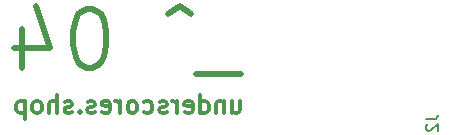
<source format=gbr>
G04 #@! TF.GenerationSoftware,KiCad,Pcbnew,(5.1.4-0-10_14)*
G04 #@! TF.CreationDate,2021-07-08T18:48:46+12:00*
G04 #@! TF.ProjectId,Sync-Ope-proto,53796e63-2d4f-4706-952d-70726f746f2e,0.2*
G04 #@! TF.SameCoordinates,Original*
G04 #@! TF.FileFunction,Legend,Bot*
G04 #@! TF.FilePolarity,Positive*
%FSLAX46Y46*%
G04 Gerber Fmt 4.6, Leading zero omitted, Abs format (unit mm)*
G04 Created by KiCad (PCBNEW (5.1.4-0-10_14)) date 2021-07-08 18:48:46*
%MOMM*%
%LPD*%
G04 APERTURE LIST*
%ADD10C,0.500000*%
%ADD11C,0.300000*%
%ADD12C,0.150000*%
G04 APERTURE END LIST*
D10*
X122750000Y-72888095D02*
X118940476Y-72888095D01*
X118464285Y-67888095D02*
X117511904Y-67173809D01*
X116559523Y-67888095D01*
X110130952Y-67411904D02*
X109654761Y-67411904D01*
X109178571Y-67650000D01*
X108940476Y-67888095D01*
X108702380Y-68364285D01*
X108464285Y-69316666D01*
X108464285Y-70507142D01*
X108702380Y-71459523D01*
X108940476Y-71935714D01*
X109178571Y-72173809D01*
X109654761Y-72411904D01*
X110130952Y-72411904D01*
X110607142Y-72173809D01*
X110845238Y-71935714D01*
X111083333Y-71459523D01*
X111321428Y-70507142D01*
X111321428Y-69316666D01*
X111083333Y-68364285D01*
X110845238Y-67888095D01*
X110607142Y-67650000D01*
X110130952Y-67411904D01*
X104178571Y-69078571D02*
X104178571Y-72411904D01*
X105369047Y-67173809D02*
X106559523Y-70745238D01*
X103464285Y-70745238D01*
D11*
X121985714Y-75228571D02*
X121985714Y-76228571D01*
X122628571Y-75228571D02*
X122628571Y-76014285D01*
X122557142Y-76157142D01*
X122414285Y-76228571D01*
X122200000Y-76228571D01*
X122057142Y-76157142D01*
X121985714Y-76085714D01*
X121271428Y-75228571D02*
X121271428Y-76228571D01*
X121271428Y-75371428D02*
X121200000Y-75300000D01*
X121057142Y-75228571D01*
X120842857Y-75228571D01*
X120700000Y-75300000D01*
X120628571Y-75442857D01*
X120628571Y-76228571D01*
X119271428Y-76228571D02*
X119271428Y-74728571D01*
X119271428Y-76157142D02*
X119414285Y-76228571D01*
X119700000Y-76228571D01*
X119842857Y-76157142D01*
X119914285Y-76085714D01*
X119985714Y-75942857D01*
X119985714Y-75514285D01*
X119914285Y-75371428D01*
X119842857Y-75300000D01*
X119700000Y-75228571D01*
X119414285Y-75228571D01*
X119271428Y-75300000D01*
X117985714Y-76157142D02*
X118128571Y-76228571D01*
X118414285Y-76228571D01*
X118557142Y-76157142D01*
X118628571Y-76014285D01*
X118628571Y-75442857D01*
X118557142Y-75300000D01*
X118414285Y-75228571D01*
X118128571Y-75228571D01*
X117985714Y-75300000D01*
X117914285Y-75442857D01*
X117914285Y-75585714D01*
X118628571Y-75728571D01*
X117271428Y-76228571D02*
X117271428Y-75228571D01*
X117271428Y-75514285D02*
X117200000Y-75371428D01*
X117128571Y-75300000D01*
X116985714Y-75228571D01*
X116842857Y-75228571D01*
X116414285Y-76157142D02*
X116271428Y-76228571D01*
X115985714Y-76228571D01*
X115842857Y-76157142D01*
X115771428Y-76014285D01*
X115771428Y-75942857D01*
X115842857Y-75800000D01*
X115985714Y-75728571D01*
X116200000Y-75728571D01*
X116342857Y-75657142D01*
X116414285Y-75514285D01*
X116414285Y-75442857D01*
X116342857Y-75300000D01*
X116200000Y-75228571D01*
X115985714Y-75228571D01*
X115842857Y-75300000D01*
X114485714Y-76157142D02*
X114628571Y-76228571D01*
X114914285Y-76228571D01*
X115057142Y-76157142D01*
X115128571Y-76085714D01*
X115200000Y-75942857D01*
X115200000Y-75514285D01*
X115128571Y-75371428D01*
X115057142Y-75300000D01*
X114914285Y-75228571D01*
X114628571Y-75228571D01*
X114485714Y-75300000D01*
X113628571Y-76228571D02*
X113771428Y-76157142D01*
X113842857Y-76085714D01*
X113914285Y-75942857D01*
X113914285Y-75514285D01*
X113842857Y-75371428D01*
X113771428Y-75300000D01*
X113628571Y-75228571D01*
X113414285Y-75228571D01*
X113271428Y-75300000D01*
X113200000Y-75371428D01*
X113128571Y-75514285D01*
X113128571Y-75942857D01*
X113200000Y-76085714D01*
X113271428Y-76157142D01*
X113414285Y-76228571D01*
X113628571Y-76228571D01*
X112485714Y-76228571D02*
X112485714Y-75228571D01*
X112485714Y-75514285D02*
X112414285Y-75371428D01*
X112342857Y-75300000D01*
X112200000Y-75228571D01*
X112057142Y-75228571D01*
X110985714Y-76157142D02*
X111128571Y-76228571D01*
X111414285Y-76228571D01*
X111557142Y-76157142D01*
X111628571Y-76014285D01*
X111628571Y-75442857D01*
X111557142Y-75300000D01*
X111414285Y-75228571D01*
X111128571Y-75228571D01*
X110985714Y-75300000D01*
X110914285Y-75442857D01*
X110914285Y-75585714D01*
X111628571Y-75728571D01*
X110342857Y-76157142D02*
X110200000Y-76228571D01*
X109914285Y-76228571D01*
X109771428Y-76157142D01*
X109700000Y-76014285D01*
X109700000Y-75942857D01*
X109771428Y-75800000D01*
X109914285Y-75728571D01*
X110128571Y-75728571D01*
X110271428Y-75657142D01*
X110342857Y-75514285D01*
X110342857Y-75442857D01*
X110271428Y-75300000D01*
X110128571Y-75228571D01*
X109914285Y-75228571D01*
X109771428Y-75300000D01*
X109057142Y-76085714D02*
X108985714Y-76157142D01*
X109057142Y-76228571D01*
X109128571Y-76157142D01*
X109057142Y-76085714D01*
X109057142Y-76228571D01*
X108414285Y-76157142D02*
X108271428Y-76228571D01*
X107985714Y-76228571D01*
X107842857Y-76157142D01*
X107771428Y-76014285D01*
X107771428Y-75942857D01*
X107842857Y-75800000D01*
X107985714Y-75728571D01*
X108200000Y-75728571D01*
X108342857Y-75657142D01*
X108414285Y-75514285D01*
X108414285Y-75442857D01*
X108342857Y-75300000D01*
X108200000Y-75228571D01*
X107985714Y-75228571D01*
X107842857Y-75300000D01*
X107128571Y-76228571D02*
X107128571Y-74728571D01*
X106485714Y-76228571D02*
X106485714Y-75442857D01*
X106557142Y-75300000D01*
X106700000Y-75228571D01*
X106914285Y-75228571D01*
X107057142Y-75300000D01*
X107128571Y-75371428D01*
X105557142Y-76228571D02*
X105700000Y-76157142D01*
X105771428Y-76085714D01*
X105842857Y-75942857D01*
X105842857Y-75514285D01*
X105771428Y-75371428D01*
X105700000Y-75300000D01*
X105557142Y-75228571D01*
X105342857Y-75228571D01*
X105200000Y-75300000D01*
X105128571Y-75371428D01*
X105057142Y-75514285D01*
X105057142Y-75942857D01*
X105128571Y-76085714D01*
X105200000Y-76157142D01*
X105342857Y-76228571D01*
X105557142Y-76228571D01*
X104414285Y-75228571D02*
X104414285Y-76728571D01*
X104414285Y-75300000D02*
X104271428Y-75228571D01*
X103985714Y-75228571D01*
X103842857Y-75300000D01*
X103771428Y-75371428D01*
X103700000Y-75514285D01*
X103700000Y-75942857D01*
X103771428Y-76085714D01*
X103842857Y-76157142D01*
X103985714Y-76228571D01*
X104271428Y-76228571D01*
X104414285Y-76157142D01*
D12*
X138372380Y-76746666D02*
X139086666Y-76746666D01*
X139229523Y-76699047D01*
X139324761Y-76603809D01*
X139372380Y-76460952D01*
X139372380Y-76365714D01*
X138467619Y-77175238D02*
X138420000Y-77222857D01*
X138372380Y-77318095D01*
X138372380Y-77556190D01*
X138420000Y-77651428D01*
X138467619Y-77699047D01*
X138562857Y-77746666D01*
X138658095Y-77746666D01*
X138800952Y-77699047D01*
X139372380Y-77127619D01*
X139372380Y-77746666D01*
M02*

</source>
